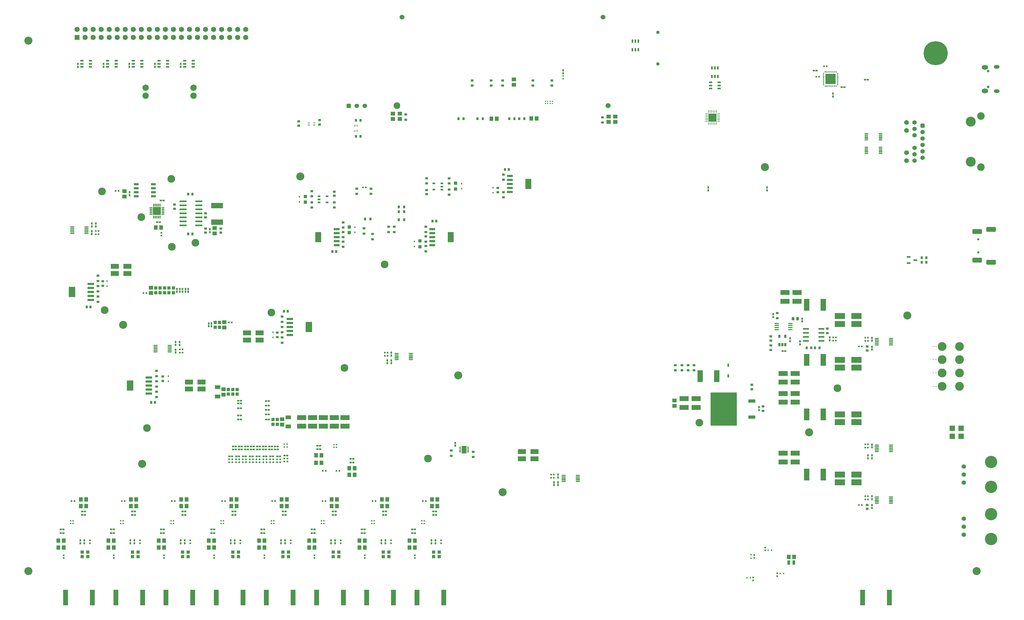
<source format=gbr>
%TF.GenerationSoftware,Altium Limited,Altium Designer,22.6.1 (34)*%
G04 Layer_Color=255*
%FSLAX26Y26*%
%MOIN*%
%TF.SameCoordinates,08F94D22-2ED8-4738-ABBF-34BB79D8E07D*%
%TF.FilePolarity,Positive*%
%TF.FileFunction,Pads,Bot*%
%TF.Part,Single*%
G01*
G75*
%TA.AperFunction,SMDPad,CuDef*%
%ADD19R,0.035433X0.027559*%
%ADD21R,0.025984X0.024409*%
%ADD26R,0.023228X0.024409*%
%ADD27R,0.029528X0.035433*%
%ADD29R,0.021654X0.017716*%
%ADD36R,0.024409X0.025984*%
%ADD37R,0.027559X0.035433*%
%ADD41R,0.055118X0.045276*%
%ADD45R,0.037402X0.031496*%
%ADD46O,0.053150X0.011811*%
G04:AMPARAMS|DCode=50|XSize=21.654mil|YSize=31.496mil|CornerRadius=1.949mil|HoleSize=0mil|Usage=FLASHONLY|Rotation=90.000|XOffset=0mil|YOffset=0mil|HoleType=Round|Shape=RoundedRectangle|*
%AMROUNDEDRECTD50*
21,1,0.021654,0.027599,0,0,90.0*
21,1,0.017756,0.031496,0,0,90.0*
1,1,0.003898,0.013799,0.008878*
1,1,0.003898,0.013799,-0.008878*
1,1,0.003898,-0.013799,-0.008878*
1,1,0.003898,-0.013799,0.008878*
%
%ADD50ROUNDEDRECTD50*%
%ADD52R,0.023622X0.021654*%
%TA.AperFunction,ConnectorPad*%
%ADD57R,0.062992X0.192913*%
%TA.AperFunction,SMDPad,CuDef*%
%ADD68R,0.035433X0.029528*%
%ADD72R,0.049213X0.023622*%
%ADD73R,0.026000X0.009000*%
%ADD76R,0.031496X0.037402*%
%ADD83R,0.024409X0.023228*%
%ADD97R,0.039370X0.041339*%
%ADD99R,0.045276X0.055118*%
%ADD103R,0.029528X0.037008*%
%TA.AperFunction,ComponentPad*%
%ADD142R,0.067913X0.067913*%
%ADD143C,0.020000*%
%ADD144C,0.096457*%
%ADD145C,0.078740*%
%ADD146R,0.054685X0.054685*%
%ADD147C,0.054685*%
%ADD148C,0.031496*%
G04:AMPARAMS|DCode=149|XSize=57.087mil|YSize=78.74mil|CornerRadius=28.543mil|HoleSize=0mil|Usage=FLASHONLY|Rotation=90.000|XOffset=0mil|YOffset=0mil|HoleType=Round|Shape=RoundedRectangle|*
%AMROUNDEDRECTD149*
21,1,0.057087,0.021654,0,0,90.0*
21,1,0.000000,0.078740,0,0,90.0*
1,1,0.057087,0.010827,0.000000*
1,1,0.057087,0.010827,0.000000*
1,1,0.057087,-0.010827,0.000000*
1,1,0.057087,-0.010827,0.000000*
%
%ADD149ROUNDEDRECTD149*%
G04:AMPARAMS|DCode=150|XSize=45.276mil|YSize=70.866mil|CornerRadius=22.638mil|HoleSize=0mil|Usage=FLASHONLY|Rotation=90.000|XOffset=0mil|YOffset=0mil|HoleType=Round|Shape=RoundedRectangle|*
%AMROUNDEDRECTD150*
21,1,0.045276,0.025590,0,0,90.0*
21,1,0.000000,0.070866,0,0,90.0*
1,1,0.045276,0.012795,0.000000*
1,1,0.045276,0.012795,0.000000*
1,1,0.045276,-0.012795,0.000000*
1,1,0.045276,-0.012795,0.000000*
%
%ADD150ROUNDEDRECTD150*%
%ADD151C,0.055000*%
%ADD152C,0.154000*%
%ADD153C,0.064961*%
%ADD154R,0.064961X0.064961*%
%ADD155C,0.060000*%
G04:AMPARAMS|DCode=156|XSize=62.992mil|YSize=120.079mil|CornerRadius=15.748mil|HoleSize=0mil|Usage=FLASHONLY|Rotation=90.000|XOffset=0mil|YOffset=0mil|HoleType=Round|Shape=RoundedRectangle|*
%AMROUNDEDRECTD156*
21,1,0.062992,0.088583,0,0,90.0*
21,1,0.031496,0.120079,0,0,90.0*
1,1,0.031496,0.044291,0.015748*
1,1,0.031496,0.044291,-0.015748*
1,1,0.031496,-0.044291,-0.015748*
1,1,0.031496,-0.044291,0.015748*
%
%ADD156ROUNDEDRECTD156*%
%ADD157C,0.028543*%
%ADD158C,0.083000*%
%ADD159C,0.063000*%
%ADD160C,0.100000*%
%ADD161C,0.300000*%
%ADD162C,0.110000*%
%ADD163C,0.042520*%
%ADD164C,0.124016*%
%ADD165C,0.094488*%
%ADD166C,0.059843*%
%ADD167C,0.055118*%
G04:AMPARAMS|DCode=168|XSize=55.118mil|YSize=55.118mil|CornerRadius=13.78mil|HoleSize=0mil|Usage=FLASHONLY|Rotation=270.000|XOffset=0mil|YOffset=0mil|HoleType=Round|Shape=RoundedRectangle|*
%AMROUNDEDRECTD168*
21,1,0.055118,0.027559,0,0,270.0*
21,1,0.027559,0.055118,0,0,270.0*
1,1,0.027559,-0.013780,-0.013780*
1,1,0.027559,-0.013780,0.013780*
1,1,0.027559,0.013780,0.013780*
1,1,0.027559,0.013780,-0.013780*
%
%ADD168ROUNDEDRECTD168*%
%TA.AperFunction,SMDPad,CuDef*%
%ADD185R,0.035827X0.054724*%
%ADD186R,0.016535X0.024409*%
%ADD187R,0.024409X0.016535*%
%ADD188R,0.015748X0.021654*%
G04:AMPARAMS|DCode=189|XSize=23.622mil|YSize=70.866mil|CornerRadius=2.008mil|HoleSize=0mil|Usage=FLASHONLY|Rotation=270.000|XOffset=0mil|YOffset=0mil|HoleType=Round|Shape=RoundedRectangle|*
%AMROUNDEDRECTD189*
21,1,0.023622,0.066850,0,0,270.0*
21,1,0.019606,0.070866,0,0,270.0*
1,1,0.004016,-0.033425,-0.009803*
1,1,0.004016,-0.033425,0.009803*
1,1,0.004016,0.033425,0.009803*
1,1,0.004016,0.033425,-0.009803*
%
%ADD189ROUNDEDRECTD189*%
G04:AMPARAMS|DCode=190|XSize=124.016mil|YSize=70.866mil|CornerRadius=2.126mil|HoleSize=0mil|Usage=FLASHONLY|Rotation=270.000|XOffset=0mil|YOffset=0mil|HoleType=Round|Shape=RoundedRectangle|*
%AMROUNDEDRECTD190*
21,1,0.124016,0.066614,0,0,270.0*
21,1,0.119764,0.070866,0,0,270.0*
1,1,0.004252,-0.033307,-0.059882*
1,1,0.004252,-0.033307,0.059882*
1,1,0.004252,0.033307,0.059882*
1,1,0.004252,0.033307,-0.059882*
%
%ADD190ROUNDEDRECTD190*%
G04:AMPARAMS|DCode=191|XSize=23.622mil|YSize=82.677mil|CornerRadius=2.008mil|HoleSize=0mil|Usage=FLASHONLY|Rotation=90.000|XOffset=0mil|YOffset=0mil|HoleType=Round|Shape=RoundedRectangle|*
%AMROUNDEDRECTD191*
21,1,0.023622,0.078661,0,0,90.0*
21,1,0.019606,0.082677,0,0,90.0*
1,1,0.004016,0.039331,0.009803*
1,1,0.004016,0.039331,-0.009803*
1,1,0.004016,-0.039331,-0.009803*
1,1,0.004016,-0.039331,0.009803*
%
%ADD191ROUNDEDRECTD191*%
G04:AMPARAMS|DCode=192|XSize=125.984mil|YSize=82.677mil|CornerRadius=2.067mil|HoleSize=0mil|Usage=FLASHONLY|Rotation=90.000|XOffset=0mil|YOffset=0mil|HoleType=Round|Shape=RoundedRectangle|*
%AMROUNDEDRECTD192*
21,1,0.125984,0.078543,0,0,90.0*
21,1,0.121850,0.082677,0,0,90.0*
1,1,0.004134,0.039272,0.060925*
1,1,0.004134,0.039272,-0.060925*
1,1,0.004134,-0.039272,-0.060925*
1,1,0.004134,-0.039272,0.060925*
%
%ADD192ROUNDEDRECTD192*%
%ADD193R,0.100000X0.061000*%
G04:AMPARAMS|DCode=194|XSize=11.811mil|YSize=53.15mil|CornerRadius=1.949mil|HoleSize=0mil|Usage=FLASHONLY|Rotation=270.000|XOffset=0mil|YOffset=0mil|HoleType=Round|Shape=RoundedRectangle|*
%AMROUNDEDRECTD194*
21,1,0.011811,0.049252,0,0,270.0*
21,1,0.007913,0.053150,0,0,270.0*
1,1,0.003898,-0.024626,-0.003957*
1,1,0.003898,-0.024626,0.003957*
1,1,0.003898,0.024626,0.003957*
1,1,0.003898,0.024626,-0.003957*
%
%ADD194ROUNDEDRECTD194*%
%ADD195R,0.118110X0.064961*%
%ADD196R,0.068898X0.045276*%
%ADD197R,0.326772X0.417323*%
%ADD198R,0.086614X0.041339*%
%ADD199R,0.068898X0.145669*%
%ADD200R,0.023654X0.043748*%
%ADD201R,0.128000X0.075000*%
%ADD202R,0.078000X0.022000*%
%ADD203R,0.035433X0.041339*%
G04:AMPARAMS|DCode=204|XSize=43.307mil|YSize=23.622mil|CornerRadius=2.008mil|HoleSize=0mil|Usage=FLASHONLY|Rotation=90.000|XOffset=0mil|YOffset=0mil|HoleType=Round|Shape=RoundedRectangle|*
%AMROUNDEDRECTD204*
21,1,0.043307,0.019606,0,0,90.0*
21,1,0.039291,0.023622,0,0,90.0*
1,1,0.004016,0.009803,0.019646*
1,1,0.004016,0.009803,-0.019646*
1,1,0.004016,-0.009803,-0.019646*
1,1,0.004016,-0.009803,0.019646*
%
%ADD204ROUNDEDRECTD204*%
%ADD205R,0.053150X0.015748*%
%ADD206R,0.039370X0.043307*%
%ADD207R,0.025591X0.021654*%
%ADD208R,0.015000X0.014000*%
%ADD209R,0.145669X0.068898*%
%ADD210R,0.028000X0.037000*%
%ADD211R,0.090000X0.024000*%
%ADD212R,0.037402X0.029528*%
%ADD213R,0.037000X0.028000*%
G04:AMPARAMS|DCode=214|XSize=23.622mil|YSize=57.087mil|CornerRadius=2.008mil|HoleSize=0mil|Usage=FLASHONLY|Rotation=270.000|XOffset=0mil|YOffset=0mil|HoleType=Round|Shape=RoundedRectangle|*
%AMROUNDEDRECTD214*
21,1,0.023622,0.053071,0,0,270.0*
21,1,0.019606,0.057087,0,0,270.0*
1,1,0.004016,-0.026535,-0.009803*
1,1,0.004016,-0.026535,0.009803*
1,1,0.004016,0.026535,0.009803*
1,1,0.004016,0.026535,-0.009803*
%
%ADD214ROUNDEDRECTD214*%
%ADD215R,0.102362X0.102362*%
%ADD216R,0.035622X0.011811*%
%ADD217R,0.011811X0.035622*%
%ADD218R,0.039370X0.019685*%
%ADD219R,0.019685X0.039370*%
%ADD220O,0.009842X0.037402*%
%ADD221O,0.037402X0.009842*%
%ADD222R,0.098425X0.098425*%
%ADD223R,0.011811X0.017716*%
%ADD224R,0.017716X0.011811*%
%ADD225R,0.125984X0.125984*%
%ADD226R,0.009000X0.026000*%
%ADD227R,0.043307X0.043307*%
%ADD228R,0.084646X0.125984*%
%ADD229R,0.084646X0.027559*%
%ADD230R,0.063779X0.093701*%
%ADD231R,0.021654X0.013780*%
%ADD232R,0.014173X0.009842*%
D19*
X3710000Y6052559D02*
D03*
Y5997441D02*
D03*
X6190000Y5222598D02*
D03*
Y5167480D02*
D03*
X2016732Y2871142D02*
D03*
Y2816024D02*
D03*
X9495000Y2497559D02*
D03*
Y2442441D02*
D03*
X9355000Y2767559D02*
D03*
Y2712441D02*
D03*
X10295000Y3412441D02*
D03*
Y3467559D02*
D03*
X9590000Y3202441D02*
D03*
Y3257559D02*
D03*
Y3317441D02*
D03*
Y3372559D02*
D03*
X3970000Y6012441D02*
D03*
Y6067559D02*
D03*
X1270000Y4002441D02*
D03*
Y4057559D02*
D03*
X3445000Y3362441D02*
D03*
Y3417559D02*
D03*
D21*
X9772323Y3190000D02*
D03*
X9737677D02*
D03*
X4762677Y1145000D02*
D03*
X4797323D02*
D03*
X4762677Y1190000D02*
D03*
X4797323D02*
D03*
X4532323Y920000D02*
D03*
X4497677D02*
D03*
X4532323Y965000D02*
D03*
X4497677D02*
D03*
X5387677Y1190000D02*
D03*
X5422323D02*
D03*
X5387677Y1145000D02*
D03*
X5422323D02*
D03*
X5157323Y920000D02*
D03*
X5122677D02*
D03*
X5157323Y965000D02*
D03*
X5122677D02*
D03*
X1992677Y5065000D02*
D03*
X2027323D02*
D03*
X1982323Y4795000D02*
D03*
X1947677D02*
D03*
X10162323Y6685000D02*
D03*
X10127677D02*
D03*
X10797323Y6571000D02*
D03*
X10762677D02*
D03*
X10472677Y6480000D02*
D03*
X10507323D02*
D03*
X3477323Y1875000D02*
D03*
X3442677D02*
D03*
X3392323D02*
D03*
X3357677D02*
D03*
X3307323D02*
D03*
X3272677D02*
D03*
X3872677Y965000D02*
D03*
X3907323D02*
D03*
X4172323Y1190000D02*
D03*
X4137677D02*
D03*
X3872677Y920000D02*
D03*
X3907323D02*
D03*
X4172323Y1145000D02*
D03*
X4137677D02*
D03*
X3222323Y1875000D02*
D03*
X3187677D02*
D03*
X3247677Y920000D02*
D03*
X3282323D02*
D03*
X3547323Y1190000D02*
D03*
X3512677D02*
D03*
X3247677Y965000D02*
D03*
X3282323D02*
D03*
X3547323Y1145000D02*
D03*
X3512677D02*
D03*
X3137323Y1875000D02*
D03*
X3102677D02*
D03*
X2922323Y1145000D02*
D03*
X2887677D02*
D03*
X2622677Y920000D02*
D03*
X2657323D02*
D03*
X2922323Y1190000D02*
D03*
X2887677D02*
D03*
X2622677Y965000D02*
D03*
X2657323D02*
D03*
X3052323Y1875000D02*
D03*
X3017677D02*
D03*
X2297323Y1190000D02*
D03*
X2262677D02*
D03*
X2297323Y1145000D02*
D03*
X2262677D02*
D03*
X1997677Y965000D02*
D03*
X2032323D02*
D03*
X1997677Y920000D02*
D03*
X2032323D02*
D03*
X2967323Y1875000D02*
D03*
X2932677D02*
D03*
X1672323Y1145000D02*
D03*
X1637677D02*
D03*
X1372677Y965000D02*
D03*
X1407323D02*
D03*
X1372677Y920000D02*
D03*
X1407323D02*
D03*
X1672323Y1190000D02*
D03*
X1637677D02*
D03*
X2882323Y1875000D02*
D03*
X2847677D02*
D03*
X1047323Y1145000D02*
D03*
X1012677D02*
D03*
X1047323Y1190000D02*
D03*
X1012677D02*
D03*
X747677Y965000D02*
D03*
X782323D02*
D03*
X747677Y920000D02*
D03*
X782323D02*
D03*
X3532677Y1885000D02*
D03*
X3567323D02*
D03*
X3977323Y1965000D02*
D03*
X3942677D02*
D03*
X4357677Y1800000D02*
D03*
X4392323D02*
D03*
X3977323Y2010000D02*
D03*
X3942677D02*
D03*
X4357677Y1845000D02*
D03*
X4392323D02*
D03*
X3337323Y2565000D02*
D03*
X3302677D02*
D03*
X3337323Y2335000D02*
D03*
X3302677D02*
D03*
X3337323Y2400000D02*
D03*
X3302677D02*
D03*
X3337323Y2455000D02*
D03*
X3302677D02*
D03*
X3337323Y2510000D02*
D03*
X3302677D02*
D03*
X2957677Y2475000D02*
D03*
X2992323D02*
D03*
X2957677Y2535000D02*
D03*
X2992323D02*
D03*
X2957677Y2570000D02*
D03*
X2992323D02*
D03*
X2957677Y2335000D02*
D03*
X2992323D02*
D03*
X2957677Y2385000D02*
D03*
X2992323D02*
D03*
D26*
X4512087Y5230000D02*
D03*
X4547913D02*
D03*
X2842087Y3545000D02*
D03*
X2877913D02*
D03*
X10722913Y3243622D02*
D03*
X10687087D02*
D03*
X10722913Y1268622D02*
D03*
X10687087D02*
D03*
X4667913Y1320000D02*
D03*
X4632087D02*
D03*
X5292913D02*
D03*
X5257087D02*
D03*
X1432087Y5185000D02*
D03*
X1467913D02*
D03*
X4007087Y1320000D02*
D03*
X4042913D02*
D03*
X3382087D02*
D03*
X3417913D02*
D03*
X2132087D02*
D03*
X2167913D02*
D03*
X2757087D02*
D03*
X2792913D02*
D03*
X1507087D02*
D03*
X1542913D02*
D03*
X882087D02*
D03*
X917913D02*
D03*
X4047913Y1695000D02*
D03*
X4012087D02*
D03*
X4217913D02*
D03*
X4182087D02*
D03*
X1777087Y3912535D02*
D03*
X1812913D02*
D03*
D27*
X6281378Y5452480D02*
D03*
X6328622D02*
D03*
X1873110Y2548583D02*
D03*
X1920354D02*
D03*
X5376378Y4810000D02*
D03*
X5423622D02*
D03*
X4178622Y4430000D02*
D03*
X4131378D02*
D03*
X1118622Y3740000D02*
D03*
X1071378D02*
D03*
X3573622Y3685000D02*
D03*
X3526378D02*
D03*
D29*
X7005000Y6617717D02*
D03*
Y6582283D02*
D03*
X3567000Y1992284D02*
D03*
Y2027717D02*
D03*
X3532000Y1992284D02*
D03*
Y2027717D02*
D03*
D36*
X2176732Y3171260D02*
D03*
Y3205905D02*
D03*
X2226732Y3300905D02*
D03*
Y3266260D02*
D03*
X2176732Y3300905D02*
D03*
Y3266260D02*
D03*
X10800000Y1887323D02*
D03*
Y1852677D02*
D03*
X2590000Y3497677D02*
D03*
Y3532323D02*
D03*
X2625000Y3497677D02*
D03*
Y3532323D02*
D03*
X2300000Y3963323D02*
D03*
Y3928677D02*
D03*
X9445000Y2487323D02*
D03*
Y2452677D02*
D03*
X10325000Y3357323D02*
D03*
Y3322677D02*
D03*
X10850000Y2022323D02*
D03*
Y1987677D02*
D03*
X9955000Y3272677D02*
D03*
Y3307323D02*
D03*
X9830000Y3312677D02*
D03*
Y3347323D02*
D03*
X10850000Y3207677D02*
D03*
Y3242323D02*
D03*
Y3352323D02*
D03*
Y3317677D02*
D03*
X9620000Y3647323D02*
D03*
Y3612677D02*
D03*
X9980000Y3557677D02*
D03*
Y3592323D02*
D03*
X10850000Y1852677D02*
D03*
Y1887323D02*
D03*
Y1377323D02*
D03*
Y1342677D02*
D03*
Y1267323D02*
D03*
Y1232677D02*
D03*
X6890000Y1517677D02*
D03*
Y1552323D02*
D03*
X6940000Y1517677D02*
D03*
Y1552323D02*
D03*
Y1647323D02*
D03*
Y1612677D02*
D03*
X4740000Y827323D02*
D03*
Y792677D02*
D03*
X4790000Y827323D02*
D03*
Y792677D02*
D03*
X5365000Y827323D02*
D03*
Y792677D02*
D03*
X5415000Y827323D02*
D03*
Y792677D02*
D03*
X9545000Y5192677D02*
D03*
Y5227323D02*
D03*
X8810000Y5192677D02*
D03*
Y5227323D02*
D03*
X2605000Y4707323D02*
D03*
Y4672677D02*
D03*
X1605000Y5167323D02*
D03*
Y5132677D02*
D03*
X1600000Y6767323D02*
D03*
Y6732677D02*
D03*
X2240000D02*
D03*
Y6767323D02*
D03*
X1920000D02*
D03*
Y6732677D02*
D03*
X1280000Y6767323D02*
D03*
Y6732677D02*
D03*
X960000Y6767323D02*
D03*
Y6732677D02*
D03*
X7005000Y6652677D02*
D03*
Y6687323D02*
D03*
X10365000Y6397323D02*
D03*
Y6362677D02*
D03*
X4165000Y792677D02*
D03*
Y827323D02*
D03*
X4115000Y792677D02*
D03*
Y827323D02*
D03*
X3490000Y792677D02*
D03*
Y827323D02*
D03*
X3540000Y792677D02*
D03*
Y827323D02*
D03*
X2240000Y792677D02*
D03*
Y827323D02*
D03*
X2865000Y792677D02*
D03*
Y827323D02*
D03*
X2915000Y792677D02*
D03*
Y827323D02*
D03*
X2290000Y792677D02*
D03*
Y827323D02*
D03*
X1665000Y792677D02*
D03*
Y827323D02*
D03*
X1615000Y792677D02*
D03*
Y827323D02*
D03*
X990000Y792677D02*
D03*
Y827323D02*
D03*
X1040000Y792677D02*
D03*
Y827323D02*
D03*
X2335000Y3928677D02*
D03*
Y3963323D02*
D03*
X2265000Y3928677D02*
D03*
Y3963323D02*
D03*
X2230000Y3928677D02*
D03*
Y3963323D02*
D03*
X2195000Y3928677D02*
D03*
Y3963323D02*
D03*
X1185000Y4742677D02*
D03*
Y4777323D02*
D03*
X1135000Y4682323D02*
D03*
Y4647677D02*
D03*
Y4742677D02*
D03*
Y4777323D02*
D03*
X4865000Y3132677D02*
D03*
Y3167323D02*
D03*
Y3072323D02*
D03*
Y3037677D02*
D03*
X4815000Y3072323D02*
D03*
Y3037677D02*
D03*
X5660000Y2042323D02*
D03*
Y2007677D02*
D03*
D37*
X10092559Y3230000D02*
D03*
X10037441D02*
D03*
X10197559D02*
D03*
X10142441D02*
D03*
X4480118Y5865000D02*
D03*
X4425000D02*
D03*
X4480118Y6065000D02*
D03*
X4425000D02*
D03*
D41*
X4885000Y6148465D02*
D03*
Y6081535D02*
D03*
X4970000Y6148465D02*
D03*
Y6081535D02*
D03*
X2785000Y3481535D02*
D03*
Y3548465D02*
D03*
X2775000Y2713465D02*
D03*
Y2646535D02*
D03*
X8390000Y2506535D02*
D03*
Y2573465D02*
D03*
X2665000Y4723465D02*
D03*
Y4656535D02*
D03*
X1540000Y5183465D02*
D03*
Y5116535D02*
D03*
X1870000Y3979465D02*
D03*
Y3912535D02*
D03*
X3505000Y2338465D02*
D03*
Y2271535D02*
D03*
X6391614Y6508268D02*
D03*
Y6575197D02*
D03*
X7570000Y6046535D02*
D03*
Y6113465D02*
D03*
X7655000Y6046535D02*
D03*
Y6113465D02*
D03*
D45*
X6108189Y6562480D02*
D03*
Y6497520D02*
D03*
X6260000Y5169961D02*
D03*
Y5105000D02*
D03*
Y5325000D02*
D03*
Y5389961D02*
D03*
X4610000Y5147520D02*
D03*
Y5212480D02*
D03*
X4435000Y5147520D02*
D03*
Y5212480D02*
D03*
X1941732Y2616102D02*
D03*
Y2681063D02*
D03*
Y2941063D02*
D03*
Y2876102D02*
D03*
Y2746102D02*
D03*
Y2811063D02*
D03*
X5045000Y6137480D02*
D03*
Y6072520D02*
D03*
X8635000Y3012480D02*
D03*
Y2947520D02*
D03*
X8400000D02*
D03*
Y3012480D02*
D03*
X8485000D02*
D03*
Y2947520D02*
D03*
X8560000Y3012480D02*
D03*
Y2947520D02*
D03*
X9670000Y3662480D02*
D03*
Y3597520D02*
D03*
X4630000Y4647480D02*
D03*
Y4582520D02*
D03*
X4525000Y4717480D02*
D03*
Y4652520D02*
D03*
X4900000Y4737480D02*
D03*
Y4672520D02*
D03*
X4830000Y4737480D02*
D03*
Y4672520D02*
D03*
X6249921Y6497520D02*
D03*
Y6562480D02*
D03*
X6864016Y6497520D02*
D03*
Y6562480D02*
D03*
X6627835Y6497520D02*
D03*
Y6562480D02*
D03*
X5871968Y6497520D02*
D03*
Y6562480D02*
D03*
X7495000Y6037520D02*
D03*
Y6102480D02*
D03*
X5585000Y5342480D02*
D03*
Y5277520D02*
D03*
Y5137520D02*
D03*
Y5202480D02*
D03*
X5305000Y5342480D02*
D03*
Y5277520D02*
D03*
X3875000Y5182480D02*
D03*
Y5117520D02*
D03*
X4155000Y4977520D02*
D03*
Y5042480D02*
D03*
X3875000Y4977520D02*
D03*
Y5042480D02*
D03*
X5295000Y4432520D02*
D03*
Y4497480D02*
D03*
Y4617480D02*
D03*
Y4552520D02*
D03*
Y4737480D02*
D03*
Y4672520D02*
D03*
X4265000Y4607520D02*
D03*
Y4672480D02*
D03*
Y4487520D02*
D03*
Y4552480D02*
D03*
Y4792480D02*
D03*
Y4727520D02*
D03*
X1210000Y4127480D02*
D03*
Y4062520D02*
D03*
Y3802520D02*
D03*
Y3867480D02*
D03*
Y3932520D02*
D03*
Y3997480D02*
D03*
X3505000Y3617480D02*
D03*
Y3552520D02*
D03*
Y3292520D02*
D03*
Y3357480D02*
D03*
Y3487480D02*
D03*
Y3422520D02*
D03*
X5610000Y1947480D02*
D03*
Y1882520D02*
D03*
X5885000Y1932480D02*
D03*
Y1867520D02*
D03*
D46*
X10957598Y5729370D02*
D03*
Y5709685D02*
D03*
Y5690000D02*
D03*
Y5670315D02*
D03*
Y5650630D02*
D03*
X10782401Y5729370D02*
D03*
Y5709685D02*
D03*
Y5690000D02*
D03*
Y5670315D02*
D03*
Y5650630D02*
D03*
X10957598Y5899370D02*
D03*
Y5879685D02*
D03*
Y5860000D02*
D03*
Y5840315D02*
D03*
Y5820630D02*
D03*
X10782401Y5899370D02*
D03*
Y5879685D02*
D03*
Y5860000D02*
D03*
Y5840315D02*
D03*
Y5820630D02*
D03*
D50*
X4065197Y5042598D02*
D03*
Y5117401D02*
D03*
X3964803D02*
D03*
Y5080000D02*
D03*
Y5042598D02*
D03*
X5495197Y5277402D02*
D03*
Y5240000D02*
D03*
Y5202599D02*
D03*
X5394803D02*
D03*
Y5277402D02*
D03*
D52*
X2263465Y3208583D02*
D03*
X2230000D02*
D03*
X2263465Y3168583D02*
D03*
X2230000D02*
D03*
X10401732Y3320000D02*
D03*
X10368268D02*
D03*
X10401732Y3360000D02*
D03*
X10368268D02*
D03*
X10768268Y2025000D02*
D03*
X10801732D02*
D03*
X10768268Y1985000D02*
D03*
X10801732D02*
D03*
X10768268Y3315000D02*
D03*
X10801732D02*
D03*
X10768268Y3355000D02*
D03*
X10801732D02*
D03*
X10768268Y1380000D02*
D03*
X10801732D02*
D03*
X10768268Y1340000D02*
D03*
X10801732D02*
D03*
X6853268Y1650000D02*
D03*
X6886732D02*
D03*
X6853268Y1610000D02*
D03*
X6886732D02*
D03*
X10158268Y6610000D02*
D03*
X10191732D02*
D03*
X10253268Y6740000D02*
D03*
X10286732D02*
D03*
X1183268Y4645000D02*
D03*
X1216732D02*
D03*
X1183268Y4685000D02*
D03*
X1216732D02*
D03*
X4816732Y3170000D02*
D03*
X4783268D02*
D03*
X4816732Y3130000D02*
D03*
X4783268D02*
D03*
D57*
X10732677Y115764D02*
D03*
X4557677D02*
D03*
X4892323D02*
D03*
X5182677D02*
D03*
X5517323D02*
D03*
X11067323D02*
D03*
X4267323D02*
D03*
X3932677D02*
D03*
X3642323D02*
D03*
X3307677D02*
D03*
X3017323D02*
D03*
X2682677D02*
D03*
X2392323D02*
D03*
X2057677D02*
D03*
X1767323D02*
D03*
X1432677D02*
D03*
X1142323D02*
D03*
X807677D02*
D03*
D68*
X4155000Y5173622D02*
D03*
Y5126378D02*
D03*
X10790000Y3196378D02*
D03*
Y3243622D02*
D03*
Y1268622D02*
D03*
Y1221378D02*
D03*
X2740000Y4713622D02*
D03*
Y4666378D02*
D03*
X5305000Y5193622D02*
D03*
Y5146378D02*
D03*
D72*
X11391339Y4323228D02*
D03*
X11308661Y4360630D02*
D03*
Y4285827D02*
D03*
D73*
X3837500Y6039685D02*
D03*
Y6020000D02*
D03*
Y6000315D02*
D03*
X3902500D02*
D03*
Y6020000D02*
D03*
Y6039685D02*
D03*
D76*
X5700748Y6085000D02*
D03*
X5765709D02*
D03*
X6456732D02*
D03*
X6521693D02*
D03*
X4957520Y4985000D02*
D03*
X5022480D02*
D03*
X4602480Y4835315D02*
D03*
X4537520D02*
D03*
X4957520Y4825000D02*
D03*
X5022480D02*
D03*
X4957520Y4925000D02*
D03*
X5022480D02*
D03*
X6332520Y6085000D02*
D03*
X6397480D02*
D03*
X6002480D02*
D03*
X5937520D02*
D03*
D83*
X9670866Y417126D02*
D03*
Y381299D02*
D03*
X9521417Y703740D02*
D03*
Y739567D02*
D03*
X9383858Y608661D02*
D03*
Y644488D02*
D03*
X9372047Y363976D02*
D03*
Y328150D02*
D03*
X4533465Y642913D02*
D03*
Y607087D02*
D03*
X3908465D02*
D03*
Y642913D02*
D03*
X3283465Y607087D02*
D03*
Y642913D02*
D03*
X2658465Y607087D02*
D03*
Y642913D02*
D03*
X2033465Y607087D02*
D03*
Y642913D02*
D03*
X1408465Y607087D02*
D03*
Y642913D02*
D03*
X783465Y607087D02*
D03*
Y642913D02*
D03*
X4860000Y792087D02*
D03*
Y827913D02*
D03*
X3480000Y1802087D02*
D03*
Y1837913D02*
D03*
X2885000Y1802087D02*
D03*
Y1837913D02*
D03*
X5485000Y792087D02*
D03*
Y827913D02*
D03*
X5158465Y642913D02*
D03*
Y607087D02*
D03*
X2000000Y4627087D02*
D03*
Y4662913D02*
D03*
X3440000Y1802087D02*
D03*
Y1837913D02*
D03*
X3395000D02*
D03*
Y1802087D02*
D03*
X3355000D02*
D03*
Y1837913D02*
D03*
X3270000Y1802087D02*
D03*
Y1837913D02*
D03*
X3310000D02*
D03*
Y1802087D02*
D03*
X4235000Y827913D02*
D03*
Y792087D02*
D03*
X3225000Y1837913D02*
D03*
Y1802087D02*
D03*
X3185000D02*
D03*
Y1837913D02*
D03*
X3610000Y827913D02*
D03*
Y792087D02*
D03*
X3100000Y1802087D02*
D03*
Y1837913D02*
D03*
X3140000D02*
D03*
Y1802087D02*
D03*
X2985000Y827913D02*
D03*
Y792087D02*
D03*
X3015000Y1802087D02*
D03*
Y1837913D02*
D03*
X3055000D02*
D03*
Y1802087D02*
D03*
X2360000Y827913D02*
D03*
Y792087D02*
D03*
X2970000Y1837913D02*
D03*
Y1802087D02*
D03*
X2930000D02*
D03*
Y1837913D02*
D03*
X1735000Y827913D02*
D03*
Y792087D02*
D03*
X2845000Y1802087D02*
D03*
Y1837913D02*
D03*
X1110000Y827913D02*
D03*
Y792087D02*
D03*
X3570000Y1812087D02*
D03*
Y1847913D02*
D03*
X3530000D02*
D03*
Y1812087D02*
D03*
D97*
X2670000Y3544528D02*
D03*
Y3485472D02*
D03*
X2725000Y3544528D02*
D03*
Y3485472D02*
D03*
X2945000Y2709528D02*
D03*
Y2650472D02*
D03*
X2890000Y2709528D02*
D03*
Y2650472D02*
D03*
X2835000Y2709528D02*
D03*
Y2650472D02*
D03*
X1930000Y3916472D02*
D03*
Y3975528D02*
D03*
X2150000Y3916472D02*
D03*
Y3975528D02*
D03*
X2095000Y3916472D02*
D03*
Y3975528D02*
D03*
X2040000D02*
D03*
Y3916472D02*
D03*
X1985000Y3975528D02*
D03*
Y3916472D02*
D03*
X3445000Y2334528D02*
D03*
Y2275472D02*
D03*
X3390000Y2334528D02*
D03*
Y2275472D02*
D03*
D99*
X9813110Y621417D02*
D03*
X9880039D02*
D03*
X4746535Y1340000D02*
D03*
X4813465D02*
D03*
X4746535Y1255000D02*
D03*
X4813465D02*
D03*
X4533465Y825000D02*
D03*
X4466535D02*
D03*
X4533465Y740000D02*
D03*
X4466535D02*
D03*
X5371535Y1255000D02*
D03*
X5438465D02*
D03*
X5371535Y1340000D02*
D03*
X5438465D02*
D03*
X5158465Y740000D02*
D03*
X5091535D02*
D03*
X5158465Y825000D02*
D03*
X5091535D02*
D03*
X1998465Y4730000D02*
D03*
X1931535D02*
D03*
X3841535Y825000D02*
D03*
X3908465D02*
D03*
X4188465Y1255000D02*
D03*
X4121535D02*
D03*
X3841535Y740000D02*
D03*
X3908465D02*
D03*
X4188465Y1340000D02*
D03*
X4121535D02*
D03*
X3216535Y825000D02*
D03*
X3283465D02*
D03*
X3216535Y740000D02*
D03*
X3283465D02*
D03*
X3563465Y1255000D02*
D03*
X3496535D02*
D03*
X3563465Y1340000D02*
D03*
X3496535D02*
D03*
X2591535Y825000D02*
D03*
X2658465D02*
D03*
X2938465Y1255000D02*
D03*
X2871535D02*
D03*
X2938465Y1340000D02*
D03*
X2871535D02*
D03*
X2591535Y740000D02*
D03*
X2658465D02*
D03*
X1966535Y825000D02*
D03*
X2033465D02*
D03*
X2313465Y1340000D02*
D03*
X2246535D02*
D03*
X2313465Y1255000D02*
D03*
X2246535D02*
D03*
X1966535Y740000D02*
D03*
X2033465D02*
D03*
X1341535Y825000D02*
D03*
X1408465D02*
D03*
X1688465Y1255000D02*
D03*
X1621535D02*
D03*
X1341535Y740000D02*
D03*
X1408465D02*
D03*
X1688465Y1340000D02*
D03*
X1621535D02*
D03*
X1063465Y1255000D02*
D03*
X996535D02*
D03*
X1063465Y1340000D02*
D03*
X996535D02*
D03*
X716535Y825000D02*
D03*
X783465D02*
D03*
X716535Y740000D02*
D03*
X783465D02*
D03*
X3993465Y1795000D02*
D03*
X3926535D02*
D03*
X4341535Y1730000D02*
D03*
X4408465D02*
D03*
X3993465Y1890000D02*
D03*
X3926535D02*
D03*
X4341535Y1645000D02*
D03*
X4408465D02*
D03*
X6606168Y6090000D02*
D03*
X6673098D02*
D03*
X6110148Y6085000D02*
D03*
X6177078D02*
D03*
D103*
X11527559Y4295732D02*
D03*
X11472441D02*
D03*
X11527559Y4350744D02*
D03*
X11472441D02*
D03*
D142*
X11850000Y2125000D02*
D03*
Y2225000D02*
D03*
X11960000Y2125000D02*
D03*
Y2225000D02*
D03*
D143*
X4619500Y1039500D02*
D03*
Y1070500D02*
D03*
X4650500Y1039500D02*
D03*
Y1070500D02*
D03*
X5244500Y1039500D02*
D03*
Y1070500D02*
D03*
X5275500Y1039500D02*
D03*
Y1070500D02*
D03*
X3369500Y1039500D02*
D03*
Y1070500D02*
D03*
X3400500Y1039500D02*
D03*
Y1070500D02*
D03*
X869500Y1039500D02*
D03*
Y1070500D02*
D03*
X900500Y1039500D02*
D03*
Y1070500D02*
D03*
X4180500Y1989500D02*
D03*
X4149500D02*
D03*
X4180500Y2020500D02*
D03*
X4149500D02*
D03*
X4025500Y1070500D02*
D03*
Y1039500D02*
D03*
X3994500Y1070500D02*
D03*
Y1039500D02*
D03*
X2775500Y1070500D02*
D03*
Y1039500D02*
D03*
X2744500Y1070500D02*
D03*
Y1039500D02*
D03*
X2150500Y1070500D02*
D03*
Y1039500D02*
D03*
X2119500Y1070500D02*
D03*
Y1039500D02*
D03*
X1525500Y1070500D02*
D03*
Y1039500D02*
D03*
X1494500Y1070500D02*
D03*
Y1039500D02*
D03*
D144*
X1295000Y3700000D02*
D03*
X1750000Y4860000D02*
D03*
X1260000Y5180000D02*
D03*
X2130000Y4490000D02*
D03*
X2425000Y4540000D02*
D03*
X2125000Y5335000D02*
D03*
X8700000Y2295000D02*
D03*
X10420000Y2725000D02*
D03*
X5320000Y1850000D02*
D03*
X1820000Y2230000D02*
D03*
X4280000Y2980000D02*
D03*
X4780000Y4270000D02*
D03*
X3370000Y3670000D02*
D03*
D145*
X1805000Y6473071D02*
D03*
Y6373071D02*
D03*
X2400000Y6473071D02*
D03*
Y6373071D02*
D03*
D146*
X4335000Y6245236D02*
D03*
D147*
X4435000D02*
D03*
X4535000D02*
D03*
D148*
X12297165Y6678425D02*
D03*
Y6481575D02*
D03*
D149*
X12255827Y6433346D02*
D03*
Y6726654D02*
D03*
D150*
X12405433Y6427441D02*
D03*
Y6732559D02*
D03*
D151*
X11995000Y1750000D02*
D03*
Y1650000D02*
D03*
Y1550000D02*
D03*
Y1100000D02*
D03*
Y1000000D02*
D03*
Y900000D02*
D03*
D152*
X12335000Y1805000D02*
D03*
Y1495000D02*
D03*
Y1155000D02*
D03*
Y845000D02*
D03*
D153*
X3050000Y7200000D02*
D03*
Y7100000D02*
D03*
X2950000Y7200000D02*
D03*
Y7100000D02*
D03*
X2850000Y7200000D02*
D03*
Y7100000D02*
D03*
X2750000Y7200000D02*
D03*
Y7100000D02*
D03*
X2650000Y7200000D02*
D03*
Y7100000D02*
D03*
X2550000Y7200000D02*
D03*
Y7100000D02*
D03*
X2450000Y7200000D02*
D03*
Y7100000D02*
D03*
X2350000Y7200000D02*
D03*
Y7100000D02*
D03*
X2250000Y7200000D02*
D03*
Y7100000D02*
D03*
X2150000Y7200000D02*
D03*
Y7100000D02*
D03*
X2050000Y7200000D02*
D03*
Y7100000D02*
D03*
X1950000Y7200000D02*
D03*
Y7100000D02*
D03*
X1850000Y7200000D02*
D03*
Y7100000D02*
D03*
X1750000Y7200000D02*
D03*
Y7100000D02*
D03*
X1650000Y7200000D02*
D03*
Y7100000D02*
D03*
X1550000Y7200000D02*
D03*
Y7100000D02*
D03*
X1450000Y7200000D02*
D03*
Y7100000D02*
D03*
X1350000Y7200000D02*
D03*
Y7100000D02*
D03*
X1250000Y7200000D02*
D03*
Y7100000D02*
D03*
X1150000Y7200000D02*
D03*
Y7100000D02*
D03*
X1050000Y7200000D02*
D03*
Y7100000D02*
D03*
X950000Y7200000D02*
D03*
D154*
Y7100000D02*
D03*
D155*
X7502000Y7352000D02*
D03*
X4998000D02*
D03*
D156*
X12335000Y4705000D02*
D03*
Y4295000D02*
D03*
X12160000Y4323000D02*
D03*
Y4677000D02*
D03*
D157*
X12175748Y4417323D02*
D03*
Y4582677D02*
D03*
D158*
X4934961Y6250000D02*
D03*
D159*
X7564961D02*
D03*
D160*
X344488Y7058268D02*
D03*
Y444094D02*
D03*
X9517717Y5483465D02*
D03*
X3730315Y5365354D02*
D03*
X11289370Y3633071D02*
D03*
X5698819Y2885039D02*
D03*
X1525591Y3514961D02*
D03*
X10068898Y2176378D02*
D03*
X6250000Y1428347D02*
D03*
X1761811Y1782677D02*
D03*
X12155512Y444094D02*
D03*
D161*
X11643701Y6900787D02*
D03*
D162*
X11723465Y2750000D02*
D03*
Y2915354D02*
D03*
Y3080709D02*
D03*
Y3246063D02*
D03*
X11940000D02*
D03*
Y3080709D02*
D03*
Y2915354D02*
D03*
Y2750000D02*
D03*
D163*
X8183858Y7160630D02*
D03*
Y6766929D02*
D03*
D164*
X12081260Y5550000D02*
D03*
Y6050000D02*
D03*
D165*
X12206457Y6117520D02*
D03*
Y5482480D02*
D03*
D166*
X11281260Y5939764D02*
D03*
Y5660236D02*
D03*
Y6039764D02*
D03*
Y5560236D02*
D03*
D167*
X11381260Y5879724D02*
D03*
Y5720276D02*
D03*
Y5959646D02*
D03*
Y5640354D02*
D03*
Y6039567D02*
D03*
Y5560433D02*
D03*
X11481260Y5839961D02*
D03*
Y5760039D02*
D03*
Y5680118D02*
D03*
Y5919882D02*
D03*
Y5600197D02*
D03*
D168*
Y5999803D02*
D03*
D185*
X9878858Y551418D02*
D03*
X9814291D02*
D03*
D186*
X9706693Y416535D02*
D03*
X9750000D02*
D03*
X9336220Y363386D02*
D03*
X9292913D02*
D03*
X9557480Y704331D02*
D03*
X9600787D02*
D03*
D187*
X9344488Y604921D02*
D03*
Y648228D02*
D03*
D188*
X6130000Y5160984D02*
D03*
Y5223976D02*
D03*
X2086732Y2812086D02*
D03*
Y2875079D02*
D03*
X5740000Y5276496D02*
D03*
Y5213504D02*
D03*
X3720000Y5048504D02*
D03*
Y5111496D02*
D03*
X5150000Y4556496D02*
D03*
Y4493504D02*
D03*
X4410000Y4668504D02*
D03*
Y4731496D02*
D03*
X1325000Y3998504D02*
D03*
Y4061496D02*
D03*
X3390000Y3421496D02*
D03*
Y3358504D02*
D03*
D189*
X6339842Y5172480D02*
D03*
Y5222480D02*
D03*
Y5272480D02*
D03*
Y5322480D02*
D03*
Y5372480D02*
D03*
X4185158Y4710000D02*
D03*
Y4660000D02*
D03*
Y4610000D02*
D03*
Y4560000D02*
D03*
Y4510000D02*
D03*
X5374842D02*
D03*
Y4560000D02*
D03*
Y4610000D02*
D03*
Y4660000D02*
D03*
Y4710000D02*
D03*
D190*
X6570158Y5272480D02*
D03*
X3954843Y4610000D02*
D03*
X5605158D02*
D03*
D191*
X1843858Y2858583D02*
D03*
Y2808583D02*
D03*
Y2758583D02*
D03*
Y2708583D02*
D03*
Y2658583D02*
D03*
X1122126Y3825000D02*
D03*
Y3875000D02*
D03*
Y3925000D02*
D03*
Y3975000D02*
D03*
Y4025000D02*
D03*
D192*
X1609606Y2758583D02*
D03*
X887874Y3925000D02*
D03*
D193*
X2343732Y2714083D02*
D03*
Y2803083D02*
D03*
X2499732D02*
D03*
Y2714083D02*
D03*
X1578000Y4155500D02*
D03*
Y4244500D02*
D03*
X1422000D02*
D03*
Y4155500D02*
D03*
X3067000Y3414500D02*
D03*
Y3325500D02*
D03*
X3223000D02*
D03*
Y3414500D02*
D03*
X6492000Y1934500D02*
D03*
Y1845500D02*
D03*
X6648000D02*
D03*
Y1934500D02*
D03*
D194*
X1929134Y3257953D02*
D03*
Y3238268D02*
D03*
Y3218583D02*
D03*
Y3198898D02*
D03*
X2104331Y3257953D02*
D03*
Y3238268D02*
D03*
Y3218583D02*
D03*
Y3198898D02*
D03*
X1929134Y3179213D02*
D03*
X2104331D02*
D03*
X11087598Y3265630D02*
D03*
Y3285315D02*
D03*
Y3305000D02*
D03*
Y3324685D02*
D03*
X10912401Y3265630D02*
D03*
Y3285315D02*
D03*
Y3305000D02*
D03*
Y3324685D02*
D03*
X11087598Y3344370D02*
D03*
X10912401D02*
D03*
Y1290630D02*
D03*
X11087598D02*
D03*
Y1310315D02*
D03*
Y1330000D02*
D03*
Y1349685D02*
D03*
X10912401Y1310315D02*
D03*
Y1330000D02*
D03*
Y1349685D02*
D03*
X11087598Y1369370D02*
D03*
X10912401D02*
D03*
X11087598Y1935630D02*
D03*
Y1955315D02*
D03*
Y1975000D02*
D03*
Y1994685D02*
D03*
X10912401Y1935630D02*
D03*
Y1955315D02*
D03*
Y1975000D02*
D03*
Y1994685D02*
D03*
X11087598Y2014370D02*
D03*
X10912401D02*
D03*
X7187598Y1560630D02*
D03*
Y1580315D02*
D03*
Y1600000D02*
D03*
Y1619685D02*
D03*
X7012401Y1560630D02*
D03*
Y1580315D02*
D03*
Y1600000D02*
D03*
Y1619685D02*
D03*
X7187598Y1639370D02*
D03*
X7012401D02*
D03*
X1067599Y4655630D02*
D03*
X892402D02*
D03*
X1067599Y4675315D02*
D03*
Y4695000D02*
D03*
Y4714685D02*
D03*
Y4734370D02*
D03*
X892402Y4675315D02*
D03*
Y4695000D02*
D03*
Y4714685D02*
D03*
Y4734370D02*
D03*
X4932401Y3159370D02*
D03*
X5107598D02*
D03*
X4932401Y3139685D02*
D03*
Y3120000D02*
D03*
Y3100315D02*
D03*
Y3080630D02*
D03*
X5107598Y3139685D02*
D03*
Y3120000D02*
D03*
Y3100315D02*
D03*
Y3080630D02*
D03*
D195*
X9745000Y2909134D02*
D03*
X4288268Y2250866D02*
D03*
Y2359134D02*
D03*
X3748268Y2250866D02*
D03*
Y2359134D02*
D03*
X3883268Y2250866D02*
D03*
Y2359134D02*
D03*
X4018268Y2250866D02*
D03*
Y2359134D02*
D03*
X4153268Y2250866D02*
D03*
Y2359134D02*
D03*
X8660000Y2485866D02*
D03*
Y2594134D02*
D03*
X8510000Y2485866D02*
D03*
Y2594134D02*
D03*
X9895000Y2801732D02*
D03*
Y2910000D02*
D03*
Y2659134D02*
D03*
Y2550866D02*
D03*
Y1914134D02*
D03*
Y1805866D02*
D03*
X9916000Y3918268D02*
D03*
Y3810000D02*
D03*
X9766000Y3918268D02*
D03*
Y3810000D02*
D03*
X9745000Y1914134D02*
D03*
Y1805866D02*
D03*
Y2659134D02*
D03*
Y2550866D02*
D03*
Y2800866D02*
D03*
D196*
X3580000Y2362087D02*
D03*
Y2247913D02*
D03*
X2700000Y2622913D02*
D03*
Y2737087D02*
D03*
D197*
X9003858Y2465000D02*
D03*
D198*
X9354252Y2365000D02*
D03*
Y2565000D02*
D03*
D199*
X8918346Y2875000D02*
D03*
X8711654D02*
D03*
X10243346Y3080000D02*
D03*
X10036654D02*
D03*
X10243346Y2400000D02*
D03*
X10036654D02*
D03*
X10243346Y1650000D02*
D03*
X10036654D02*
D03*
X10243346Y3765000D02*
D03*
X10036654D02*
D03*
D200*
X9060000Y2877087D02*
D03*
Y3012913D02*
D03*
D201*
X10451500Y2300500D02*
D03*
Y2399500D02*
D03*
X10658500D02*
D03*
Y2300500D02*
D03*
Y2980500D02*
D03*
Y3079500D02*
D03*
X10451500D02*
D03*
Y2980500D02*
D03*
Y3525500D02*
D03*
Y3624500D02*
D03*
X10658500D02*
D03*
Y3525500D02*
D03*
Y1550500D02*
D03*
Y1649500D02*
D03*
X10451500D02*
D03*
Y1550500D02*
D03*
D202*
X10222000Y3415000D02*
D03*
X10028000D02*
D03*
X10222000Y3315000D02*
D03*
Y3365000D02*
D03*
Y3465000D02*
D03*
X10028000D02*
D03*
Y3365000D02*
D03*
Y3315000D02*
D03*
D203*
X9923543Y3592323D02*
D03*
X9866457D02*
D03*
D204*
X9697598Y3268819D02*
D03*
X9772402Y3371181D02*
D03*
X9697598D02*
D03*
X9735000Y3268819D02*
D03*
X9772402D02*
D03*
D205*
X9834646Y3456614D02*
D03*
X9665354Y3533386D02*
D03*
Y3507795D02*
D03*
Y3482205D02*
D03*
Y3456614D02*
D03*
X9834646Y3482205D02*
D03*
Y3507795D02*
D03*
Y3533386D02*
D03*
D206*
X4835000Y683543D02*
D03*
Y626457D02*
D03*
X4765000Y683543D02*
D03*
Y626457D02*
D03*
X5390000Y683543D02*
D03*
Y626457D02*
D03*
X5460000Y683543D02*
D03*
Y626457D02*
D03*
X4210000D02*
D03*
Y683543D02*
D03*
X4140000Y626457D02*
D03*
Y683543D02*
D03*
X3585000Y626457D02*
D03*
Y683543D02*
D03*
X3515000Y626457D02*
D03*
Y683543D02*
D03*
X2890000Y626457D02*
D03*
Y683543D02*
D03*
X2960000Y626457D02*
D03*
Y683543D02*
D03*
X2265000Y626457D02*
D03*
Y683543D02*
D03*
X2335000Y626457D02*
D03*
Y683543D02*
D03*
X1640000Y626457D02*
D03*
Y683543D02*
D03*
X1710000Y626457D02*
D03*
Y683543D02*
D03*
X1085000Y626457D02*
D03*
Y683543D02*
D03*
X1015000Y626457D02*
D03*
Y683543D02*
D03*
D207*
X3268000Y1960315D02*
D03*
Y1999685D02*
D03*
X3343000Y1960315D02*
D03*
Y1999685D02*
D03*
X3002000Y1960315D02*
D03*
Y1999685D02*
D03*
X3418000Y1960315D02*
D03*
Y1999685D02*
D03*
X3452000D02*
D03*
Y1960315D02*
D03*
X3377000Y1999685D02*
D03*
Y1960315D02*
D03*
X3302000Y1999685D02*
D03*
Y1960315D02*
D03*
X3227000Y1999685D02*
D03*
Y1960315D02*
D03*
X3193000Y1999685D02*
D03*
Y1960315D02*
D03*
X3152000Y1999685D02*
D03*
Y1960315D02*
D03*
X3118000Y1999685D02*
D03*
Y1960315D02*
D03*
X3077000Y1999685D02*
D03*
Y1960315D02*
D03*
X3043000Y1999685D02*
D03*
Y1960315D02*
D03*
X2968000Y1999685D02*
D03*
Y1960315D02*
D03*
X2927000Y1999685D02*
D03*
Y1960315D02*
D03*
X2893000Y1999685D02*
D03*
Y1960315D02*
D03*
D208*
X6872394Y6302756D02*
D03*
X6845394D02*
D03*
X6784921D02*
D03*
X6811921D02*
D03*
X6845398Y6275984D02*
D03*
X6872398D02*
D03*
X6811925D02*
D03*
X6784925D02*
D03*
D209*
X2695000Y4796654D02*
D03*
Y5003346D02*
D03*
D210*
X2333500Y5145000D02*
D03*
X2386500D02*
D03*
Y4650000D02*
D03*
X2333500D02*
D03*
D211*
X2469000Y5055000D02*
D03*
Y5005000D02*
D03*
Y4955000D02*
D03*
Y4905000D02*
D03*
Y4855000D02*
D03*
Y4805000D02*
D03*
Y4755000D02*
D03*
X2271000D02*
D03*
Y4805000D02*
D03*
Y4855000D02*
D03*
Y4905000D02*
D03*
Y4955000D02*
D03*
Y5005000D02*
D03*
Y5055000D02*
D03*
D212*
X2550000Y4664409D02*
D03*
Y4715591D02*
D03*
Y4905591D02*
D03*
Y4854409D02*
D03*
D213*
X2165000Y4963500D02*
D03*
Y5016500D02*
D03*
D214*
X1687716Y5120000D02*
D03*
Y5170000D02*
D03*
Y5220000D02*
D03*
Y5270000D02*
D03*
X1902283Y5120000D02*
D03*
Y5170000D02*
D03*
Y5220000D02*
D03*
Y5270000D02*
D03*
D215*
X1945000Y4935000D02*
D03*
D216*
X2019898Y4895630D02*
D03*
Y4915315D02*
D03*
Y4935000D02*
D03*
Y4954685D02*
D03*
Y4974370D02*
D03*
X1870102D02*
D03*
Y4954685D02*
D03*
Y4935000D02*
D03*
Y4915315D02*
D03*
Y4895630D02*
D03*
D217*
X1984370Y5009898D02*
D03*
X1964685D02*
D03*
X1945000D02*
D03*
X1925315D02*
D03*
X1905630D02*
D03*
Y4860102D02*
D03*
X1925315D02*
D03*
X1945000D02*
D03*
X1964685D02*
D03*
X1984370D02*
D03*
D218*
X2291850Y6807402D02*
D03*
Y6770000D02*
D03*
Y6732599D02*
D03*
X2398150D02*
D03*
Y6770000D02*
D03*
Y6807402D02*
D03*
X1971850D02*
D03*
Y6770000D02*
D03*
Y6732599D02*
D03*
X2078150D02*
D03*
Y6770000D02*
D03*
Y6807402D02*
D03*
X1331850D02*
D03*
Y6770000D02*
D03*
Y6732599D02*
D03*
X1438150D02*
D03*
Y6770000D02*
D03*
Y6807402D02*
D03*
X1651850D02*
D03*
Y6770000D02*
D03*
Y6732599D02*
D03*
X1758150D02*
D03*
Y6770000D02*
D03*
Y6807402D02*
D03*
X1011850D02*
D03*
Y6770000D02*
D03*
Y6732599D02*
D03*
X1118150D02*
D03*
Y6770000D02*
D03*
Y6807402D02*
D03*
X8841850Y6537402D02*
D03*
Y6500000D02*
D03*
Y6462599D02*
D03*
X8948150D02*
D03*
Y6500000D02*
D03*
Y6537402D02*
D03*
D219*
X8857598Y6611850D02*
D03*
X8895000D02*
D03*
X8932401D02*
D03*
Y6718150D02*
D03*
X8895000D02*
D03*
X8857598D02*
D03*
X7942402Y7053150D02*
D03*
X7905000D02*
D03*
X7867599D02*
D03*
Y6946850D02*
D03*
X7905000D02*
D03*
X7942402D02*
D03*
D220*
X8914212Y6025197D02*
D03*
X8894528D02*
D03*
X8874843D02*
D03*
X8855157D02*
D03*
X8835472D02*
D03*
X8815787D02*
D03*
Y6174803D02*
D03*
X8835472D02*
D03*
X8855157D02*
D03*
X8874843D02*
D03*
X8894528D02*
D03*
X8914212D02*
D03*
D221*
X8790197Y6050788D02*
D03*
Y6070472D02*
D03*
Y6090158D02*
D03*
Y6109843D02*
D03*
Y6129528D02*
D03*
Y6149213D02*
D03*
X8939803D02*
D03*
Y6129528D02*
D03*
Y6109843D02*
D03*
Y6090158D02*
D03*
Y6070472D02*
D03*
Y6050788D02*
D03*
D222*
X8865000Y6100000D02*
D03*
D223*
X10266102Y6668071D02*
D03*
X10285787D02*
D03*
X10305472D02*
D03*
X10325157D02*
D03*
X10344843D02*
D03*
X10364528D02*
D03*
X10384213D02*
D03*
X10403898D02*
D03*
Y6492874D02*
D03*
X10384213D02*
D03*
X10364528D02*
D03*
X10344843D02*
D03*
X10325157D02*
D03*
X10305472D02*
D03*
X10285787D02*
D03*
X10266102D02*
D03*
D224*
X10422599Y6649370D02*
D03*
Y6629685D02*
D03*
Y6610000D02*
D03*
Y6590315D02*
D03*
Y6570630D02*
D03*
Y6550945D02*
D03*
Y6531260D02*
D03*
Y6511575D02*
D03*
X10247402D02*
D03*
Y6531260D02*
D03*
Y6550945D02*
D03*
Y6570630D02*
D03*
Y6590315D02*
D03*
Y6610000D02*
D03*
Y6629685D02*
D03*
Y6649370D02*
D03*
D225*
X10335000Y6580472D02*
D03*
D226*
X4405315Y5932500D02*
D03*
X4425000D02*
D03*
X4444685D02*
D03*
Y5997500D02*
D03*
X4425000D02*
D03*
X4405315D02*
D03*
D227*
X5665000Y5209567D02*
D03*
Y5280433D02*
D03*
X3795000Y5044567D02*
D03*
Y5115433D02*
D03*
X5220000Y4560433D02*
D03*
Y4489567D02*
D03*
X4340000Y4664567D02*
D03*
Y4735433D02*
D03*
D228*
X3839095Y3490000D02*
D03*
D229*
X3600905Y3590000D02*
D03*
Y3540000D02*
D03*
Y3490000D02*
D03*
Y3440000D02*
D03*
Y3390000D02*
D03*
D230*
X5770000Y1960000D02*
D03*
D231*
X5820591Y1989527D02*
D03*
Y1969842D02*
D03*
Y1950157D02*
D03*
Y1930472D02*
D03*
X5719409Y1989527D02*
D03*
Y1969842D02*
D03*
Y1950157D02*
D03*
Y1930472D02*
D03*
D232*
X11646535Y3246063D02*
D03*
X11613465D02*
D03*
X11646535Y3080709D02*
D03*
X11613465D02*
D03*
X11646535Y2915354D02*
D03*
X11613465D02*
D03*
X11646535Y2750000D02*
D03*
X11613465D02*
D03*
%TF.MD5,1bb12d83e0f0b61a46f27ac4138fecd0*%
M02*

</source>
